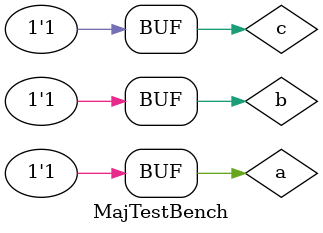
<source format=v>
`timescale 1ns / 1ps
module MajTestBench();
	reg a, b, c;
	wire F;
	
	maj Test2(F, a, b, c);
	
	initial begin
		// Test all possible input combinations
		a <= 0; b <= 0; c <= 0;
		#10 a <= 0; b <= 0; c <= 1;
		#10 a <= 0; b <= 1; c <= 0;
		#10 a <= 0; b <= 1; c <= 1;
		#10 a <= 1; b <= 0; c <= 0;
		#10 a <= 1; b <= 0; c <= 1;
		#10 a <= 1; b <= 1; c <= 0;
		#10 a <= 1; b <= 1; c <= 1;
	end
endmodule
</source>
